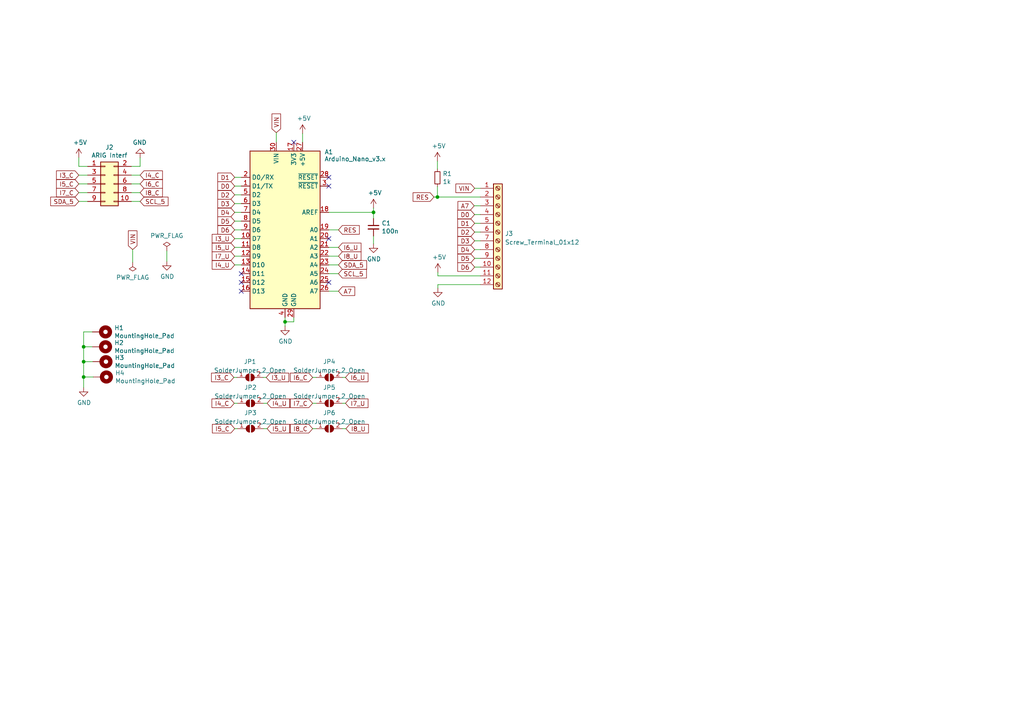
<source format=kicad_sch>
(kicad_sch (version 20211123) (generator eeschema)
  (paper "A4")
  (lib_symbols
    (symbol "Connector:Screw_Terminal_01x12" (pin_names (offset 1.016) hide)
      (property "Reference" "J" (at 0 15.24 0))
      (property "Value" "Screw_Terminal_01x12" (at 0 -17.78 0))
      (symbol "Screw_Terminal_01x12_1_1"
        (rectangle (start -1.27 13.97) (end 1.27 -16.51) (stroke (width 0.254)) (fill (type background)))
        (circle (center 0 -15.24) (radius 0.635) (stroke (width 0.1524)))
        (circle (center 0 -12.7) (radius 0.635) (stroke (width 0.1524)))
        (circle (center 0 -10.16) (radius 0.635) (stroke (width 0.1524)))
        (circle (center 0 -7.62) (radius 0.635) (stroke (width 0.1524)))
        (circle (center 0 -5.08) (radius 0.635) (stroke (width 0.1524)))
        (circle (center 0 -2.54) (radius 0.635) (stroke (width 0.1524)))
        (polyline (pts (xy -0.5334 -14.9098) (xy 0.3302 -15.748)) (stroke (width 0.1524)))
        (polyline (pts (xy -0.5334 -12.3698) (xy 0.3302 -13.208)) (stroke (width 0.1524)))
        (polyline (pts (xy -0.5334 -9.8298) (xy 0.3302 -10.668)) (stroke (width 0.1524)))
        (polyline (pts (xy -0.5334 -7.2898) (xy 0.3302 -8.128)) (stroke (width 0.1524)))
        (polyline (pts (xy -0.5334 -4.7498) (xy 0.3302 -5.588)) (stroke (width 0.1524)))
        (polyline (pts (xy -0.5334 -2.2098) (xy 0.3302 -3.048)) (stroke (width 0.1524)))
        (polyline (pts (xy -0.5334 0.3302) (xy 0.3302 -0.508)) (stroke (width 0.1524)))
        (polyline (pts (xy -0.5334 2.8702) (xy 0.3302 2.032)) (stroke (width 0.1524)))
        (polyline (pts (xy -0.5334 5.4102) (xy 0.3302 4.572)) (stroke (width 0.1524)))
        (polyline (pts (xy -0.5334 7.9502) (xy 0.3302 7.112)) (stroke (width 0.1524)))
        (polyline (pts (xy -0.5334 10.4902) (xy 0.3302 9.652)) (stroke (width 0.1524)))
        (polyline (pts (xy -0.5334 13.0302) (xy 0.3302 12.192)) (stroke (width 0.1524)))
        (polyline (pts (xy -0.3556 -14.732) (xy 0.508 -15.5702)) (stroke (width 0.1524)))
        (polyline (pts (xy -0.3556 -12.192) (xy 0.508 -13.0302)) (stroke (width 0.1524)))
        (polyline (pts (xy -0.3556 -9.652) (xy 0.508 -10.4902)) (stroke (width 0.1524)))
        (polyline (pts (xy -0.3556 -7.112) (xy 0.508 -7.9502)) (stroke (width 0.1524)))
        (polyline (pts (xy -0.3556 -4.572) (xy 0.508 -5.4102)) (stroke (width 0.1524)))
        (polyline (pts (xy -0.3556 -2.032) (xy 0.508 -2.8702)) (stroke (width 0.1524)))
        (polyline (pts (xy -0.3556 0.508) (xy 0.508 -0.3302)) (stroke (width 0.1524)))
        (polyline (pts (xy -0.3556 3.048) (xy 0.508 2.2098)) (stroke (width 0.1524)))
        (polyline (pts (xy -0.3556 5.588) (xy 0.508 4.7498)) (stroke (width 0.1524)))
        (polyline (pts (xy -0.3556 8.128) (xy 0.508 7.2898)) (stroke (width 0.1524)))
        (polyline (pts (xy -0.3556 10.668) (xy 0.508 9.8298)) (stroke (width 0.1524)))
        (polyline (pts (xy -0.3556 13.208) (xy 0.508 12.3698)) (stroke (width 0.1524)))
        (circle (center 0 0) (radius 0.635) (stroke (width 0.1524)))
        (circle (center 0 2.54) (radius 0.635) (stroke (width 0.1524)))
        (circle (center 0 5.08) (radius 0.635) (stroke (width 0.1524)))
        (circle (center 0 7.62) (radius 0.635) (stroke (width 0.1524)))
        (circle (center 0 10.16) (radius 0.635) (stroke (width 0.1524)))
        (circle (center 0 12.7) (radius 0.635) (stroke (width 0.1524)))
        (pin passive line (at -5.08 12.7 0) (length 3.81) (name "Pin_1") (number "1"))
        (pin passive line (at -5.08 -10.16 0) (length 3.81) (name "Pin_10") (number "10"))
        (pin passive line (at -5.08 -12.7 0) (length 3.81) (name "Pin_11") (number "11"))
        (pin passive line (at -5.08 -15.24 0) (length 3.81) (name "Pin_12") (number "12"))
        (pin passive line (at -5.08 10.16 0) (length 3.81) (name "Pin_2") (number "2"))
        (pin passive line (at -5.08 7.62 0) (length 3.81) (name "Pin_3") (number "3"))
        (pin passive line (at -5.08 5.08 0) (length 3.81) (name "Pin_4") (number "4"))
        (pin passive line (at -5.08 2.54 0) (length 3.81) (name "Pin_5") (number "5"))
        (pin passive line (at -5.08 0 0) (length 3.81) (name "Pin_6") (number "6"))
        (pin passive line (at -5.08 -2.54 0) (length 3.81) (name "Pin_7") (number "7"))
        (pin passive line (at -5.08 -5.08 0) (length 3.81) (name "Pin_8") (number "8"))
        (pin passive line (at -5.08 -7.62 0) (length 3.81) (name "Pin_9") (number "9"))
      )
    )
    (symbol "Connector_Generic:Conn_02x05_Odd_Even" (pin_names (offset 1.016) hide)
      (property "Reference" "J" (at 1.27 7.62 0))
      (property "Value" "Conn_02x05_Odd_Even" (at 1.27 -7.62 0))
      (symbol "Conn_02x05_Odd_Even_1_1"
        (rectangle (start -1.27 -4.953) (end 0 -5.207) (stroke (width 0.1524)))
        (rectangle (start -1.27 -2.413) (end 0 -2.667) (stroke (width 0.1524)))
        (rectangle (start -1.27 0.127) (end 0 -0.127) (stroke (width 0.1524)))
        (rectangle (start -1.27 2.667) (end 0 2.413) (stroke (width 0.1524)))
        (rectangle (start -1.27 5.207) (end 0 4.953) (stroke (width 0.1524)))
        (rectangle (start -1.27 6.35) (end 3.81 -6.35) (stroke (width 0.254)) (fill (type background)))
        (rectangle (start 3.81 -4.953) (end 2.54 -5.207) (stroke (width 0.1524)))
        (rectangle (start 3.81 -2.413) (end 2.54 -2.667) (stroke (width 0.1524)))
        (rectangle (start 3.81 0.127) (end 2.54 -0.127) (stroke (width 0.1524)))
        (rectangle (start 3.81 2.667) (end 2.54 2.413) (stroke (width 0.1524)))
        (rectangle (start 3.81 5.207) (end 2.54 4.953) (stroke (width 0.1524)))
        (pin passive line (at -5.08 5.08 0) (length 3.81) (name "Pin_1") (number "1"))
        (pin passive line (at 7.62 -5.08 180) (length 3.81) (name "Pin_10") (number "10"))
        (pin passive line (at 7.62 5.08 180) (length 3.81) (name "Pin_2") (number "2"))
        (pin passive line (at -5.08 2.54 0) (length 3.81) (name "Pin_3") (number "3"))
        (pin passive line (at 7.62 2.54 180) (length 3.81) (name "Pin_4") (number "4"))
        (pin passive line (at -5.08 0 0) (length 3.81) (name "Pin_5") (number "5"))
        (pin passive line (at 7.62 0 180) (length 3.81) (name "Pin_6") (number "6"))
        (pin passive line (at -5.08 -2.54 0) (length 3.81) (name "Pin_7") (number "7"))
        (pin passive line (at 7.62 -2.54 180) (length 3.81) (name "Pin_8") (number "8"))
        (pin passive line (at -5.08 -5.08 0) (length 3.81) (name "Pin_9") (number "9"))
      )
    )
    (symbol "Device:C_Small" (pin_numbers hide) (pin_names (offset 0.254) hide)
      (property "Reference" "C" (at 0.254 1.778 0))
      (property "Value" "C_Small" (at 0.254 -2.032 0))
      (symbol "C_Small_0_1"
        (polyline (pts (xy -1.524 -0.508) (xy 1.524 -0.508)) (stroke (width 0.3302)))
        (polyline (pts (xy -1.524 0.508) (xy 1.524 0.508)) (stroke (width 0.3048)))
      )
      (symbol "C_Small_1_1"
        (pin passive line (at 0 2.54 270) (length 2.032) (name "~") (number "1"))
        (pin passive line (at 0 -2.54 90) (length 2.032) (name "~") (number "2"))
      )
    )
    (symbol "Device:R_Small" (pin_numbers hide) (pin_names (offset 0.254) hide)
      (property "Reference" "R" (at 0.762 0.508 0))
      (property "Value" "R_Small" (at 0.762 -1.016 0))
      (symbol "R_Small_0_1"
        (rectangle (start -0.762 1.778) (end 0.762 -1.778) (stroke (width 0.2032)))
      )
      (symbol "R_Small_1_1"
        (pin passive line (at 0 2.54 270) (length 0.762) (name "~") (number "1"))
        (pin passive line (at 0 -2.54 90) (length 0.762) (name "~") (number "2"))
      )
    )
    (symbol "Jumper:SolderJumper_2_Open" (pin_names (offset 0) hide)
      (property "Reference" "JP" (at 0 2.032 0))
      (property "Value" "SolderJumper_2_Open" (at 0 -2.54 0))
      (symbol "SolderJumper_2_Open_0_1"
        (arc (start -0.254 1.016) (mid -1.27 0) (end -0.254 -1.016))
        (arc (start -0.254 1.016) (mid -1.27 0) (end -0.254 -1.016) (fill (type outline)))
        (polyline (pts (xy -0.254 1.016) (xy -0.254 -1.016)))
        (polyline (pts (xy 0.254 1.016) (xy 0.254 -1.016)))
        (arc (start 0.254 -1.016) (mid 1.27 0) (end 0.254 1.016))
        (arc (start 0.254 -1.016) (mid 1.27 0) (end 0.254 1.016) (fill (type outline)))
      )
      (symbol "SolderJumper_2_Open_1_1"
        (pin passive line (at -3.81 0 0) (length 2.54) (name "A") (number "1"))
        (pin passive line (at 3.81 0 180) (length 2.54) (name "B") (number "2"))
      )
    )
    (symbol "MCU_Module:Arduino_Nano_v3.x"
      (property "Reference" "A" (at -10.16 23.495 0))
      (property "Value" "Arduino_Nano_v3.x" (at 5.08 -24.13 0))
      (symbol "Arduino_Nano_v3.x_0_1"
        (rectangle (start -10.16 22.86) (end 10.16 -22.86) (stroke (width 0.254)) (fill (type background)))
      )
      (symbol "Arduino_Nano_v3.x_1_1"
        (pin bidirectional line (at -12.7 12.7 0) (length 2.54) (name "D1/TX") (number "1"))
        (pin bidirectional line (at -12.7 -2.54 0) (length 2.54) (name "D7") (number "10"))
        (pin bidirectional line (at -12.7 -5.08 0) (length 2.54) (name "D8") (number "11"))
        (pin bidirectional line (at -12.7 -7.62 0) (length 2.54) (name "D9") (number "12"))
        (pin bidirectional line (at -12.7 -10.16 0) (length 2.54) (name "D10") (number "13"))
        (pin bidirectional line (at -12.7 -12.7 0) (length 2.54) (name "D11") (number "14"))
        (pin bidirectional line (at -12.7 -15.24 0) (length 2.54) (name "D12") (number "15"))
        (pin bidirectional line (at -12.7 -17.78 0) (length 2.54) (name "D13") (number "16"))
        (pin power_out line (at 2.54 25.4 270) (length 2.54) (name "3V3") (number "17"))
        (pin input line (at 12.7 5.08 180) (length 2.54) (name "AREF") (number "18"))
        (pin bidirectional line (at 12.7 0 180) (length 2.54) (name "A0") (number "19"))
        (pin bidirectional line (at -12.7 15.24 0) (length 2.54) (name "D0/RX") (number "2"))
        (pin bidirectional line (at 12.7 -2.54 180) (length 2.54) (name "A1") (number "20"))
        (pin bidirectional line (at 12.7 -5.08 180) (length 2.54) (name "A2") (number "21"))
        (pin bidirectional line (at 12.7 -7.62 180) (length 2.54) (name "A3") (number "22"))
        (pin bidirectional line (at 12.7 -10.16 180) (length 2.54) (name "A4") (number "23"))
        (pin bidirectional line (at 12.7 -12.7 180) (length 2.54) (name "A5") (number "24"))
        (pin bidirectional line (at 12.7 -15.24 180) (length 2.54) (name "A6") (number "25"))
        (pin bidirectional line (at 12.7 -17.78 180) (length 2.54) (name "A7") (number "26"))
        (pin power_out line (at 5.08 25.4 270) (length 2.54) (name "+5V") (number "27"))
        (pin input line (at 12.7 15.24 180) (length 2.54) (name "~{RESET}") (number "28"))
        (pin power_in line (at 2.54 -25.4 90) (length 2.54) (name "GND") (number "29"))
        (pin input line (at 12.7 12.7 180) (length 2.54) (name "~{RESET}") (number "3"))
        (pin power_in line (at -2.54 25.4 270) (length 2.54) (name "VIN") (number "30"))
        (pin power_in line (at 0 -25.4 90) (length 2.54) (name "GND") (number "4"))
        (pin bidirectional line (at -12.7 10.16 0) (length 2.54) (name "D2") (number "5"))
        (pin bidirectional line (at -12.7 7.62 0) (length 2.54) (name "D3") (number "6"))
        (pin bidirectional line (at -12.7 5.08 0) (length 2.54) (name "D4") (number "7"))
        (pin bidirectional line (at -12.7 2.54 0) (length 2.54) (name "D5") (number "8"))
        (pin bidirectional line (at -12.7 0 0) (length 2.54) (name "D6") (number "9"))
      )
    )
    (symbol "Mechanical:MountingHole_Pad" (pin_numbers hide) (pin_names (offset 1.016) hide)
      (property "Reference" "H" (at 0 6.35 0))
      (property "Value" "MountingHole_Pad" (at 0 4.445 0))
      (symbol "MountingHole_Pad_0_1"
        (circle (center 0 1.27) (radius 1.27) (stroke (width 1.27)))
      )
      (symbol "MountingHole_Pad_1_1"
        (pin input line (at 0 -2.54 90) (length 2.54) (name "1") (number "1"))
      )
    )
    (symbol "power:+5V" (power) (pin_names (offset 0))
      (property "Value" "+5V" (at 0 3.556 0))
      (symbol "+5V_0_1"
        (polyline (pts (xy -0.762 1.27) (xy 0 2.54)))
        (polyline (pts (xy 0 0) (xy 0 2.54)))
        (polyline (pts (xy 0 2.54) (xy 0.762 1.27)))
      )
      (symbol "+5V_1_1"
        (pin power_in line (at 0 0 90) (length 0) hide (name "+5V") (number "1"))
      )
    )
    (symbol "power:GND" (power) (pin_names (offset 0))
      (property "Value" "GND" (at 0 -3.81 0))
      (symbol "GND_0_1"
        (polyline (pts (xy 0 0) (xy 0 -1.27) (xy 1.27 -1.27) (xy 0 -2.54) (xy -1.27 -1.27) (xy 0 -1.27)))
      )
      (symbol "GND_1_1"
        (pin power_in line (at 0 0 270) (length 0) hide (name "GND") (number "1"))
      )
    )
    (symbol "power:PWR_FLAG" (power) (pin_numbers hide) (pin_names (offset 0) hide)
      (property "Value" "PWR_FLAG" (at 0 3.81 0))
      (symbol "PWR_FLAG_0_0"
        (pin power_out line (at 0 0 90) (length 0) (name "pwr") (number "1"))
      )
      (symbol "PWR_FLAG_0_1"
        (polyline (pts (xy 0 0) (xy 0 1.27) (xy -1.016 1.905) (xy 0 2.54) (xy 1.016 1.905) (xy 0 1.27)))
      )
    )
  )
  (junction (at 24.257 109.347))
  (junction (at 24.257 100.584))
  (junction (at 108.331 61.595))
  (junction (at 126.873 57.15))
  (junction (at 82.677 93.345))
  (junction (at 24.257 104.902))
  (no_connect (at 69.977 84.455))
  (no_connect (at 95.377 51.435))
  (no_connect (at 95.377 53.975))
  (no_connect (at 69.977 81.915))
  (no_connect (at 95.377 69.215))
  (no_connect (at 95.377 81.915))
  (no_connect (at 85.217 41.275))
  (no_connect (at 69.977 79.375))
  (wire (pts (xy 40.64 48.26) (xy 40.64 45.72)))
  (wire (pts (xy 108.331 61.595) (xy 95.377 61.595)))
  (wire (pts (xy 26.924 104.902) (xy 24.257 104.902)))
  (wire (pts (xy 99.314 124.333) (xy 100.33 124.333)))
  (wire (pts (xy 80.137 38.481) (xy 80.137 41.275)))
  (wire (pts (xy 26.797 100.584) (xy 24.257 100.584)))
  (wire (pts (xy 95.377 74.295) (xy 98.171 74.295)))
  (wire (pts (xy 67.818 109.474) (xy 68.707 109.474)))
  (wire (pts (xy 38.1 55.88) (xy 40.64 55.88)))
  (wire (pts (xy 127 83.566) (xy 127 82.55)))
  (wire (pts (xy 95.377 71.755) (xy 98.171 71.755)))
  (wire (pts (xy 69.977 61.595) (xy 68.072 61.595)))
  (wire (pts (xy 90.678 109.474) (xy 91.694 109.474)))
  (wire (pts (xy 24.257 109.347) (xy 24.257 112.395)))
  (wire (pts (xy 38.481 72.39) (xy 38.481 76.073)))
  (wire (pts (xy 68.072 64.135) (xy 69.977 64.135)))
  (wire (pts (xy 76.327 109.474) (xy 77.216 109.474)))
  (wire (pts (xy 38.1 48.26) (xy 40.64 48.26)))
  (wire (pts (xy 126.873 57.15) (xy 125.857 57.15)))
  (wire (pts (xy 68.072 124.333) (xy 68.834 124.333)))
  (wire (pts (xy 137.668 54.61) (xy 139.319 54.61)))
  (wire (pts (xy 48.387 72.771) (xy 48.387 75.819)))
  (wire (pts (xy 95.377 79.375) (xy 98.171 79.375)))
  (wire (pts (xy 68.072 74.295) (xy 69.977 74.295)))
  (wire (pts (xy 108.331 60.325) (xy 108.331 61.595)))
  (wire (pts (xy 25.4 58.42) (xy 22.86 58.42)))
  (wire (pts (xy 126.873 54.102) (xy 126.873 57.15)))
  (wire (pts (xy 68.072 51.435) (xy 69.977 51.435)))
  (wire (pts (xy 137.668 64.77) (xy 139.319 64.77)))
  (wire (pts (xy 38.1 50.8) (xy 40.64 50.8)))
  (wire (pts (xy 68.072 59.055) (xy 68.072 59.0686)))
  (wire (pts (xy 137.668 67.31) (xy 139.319 67.31)))
  (wire (pts (xy 22.86 55.88) (xy 25.4 55.88)))
  (wire (pts (xy 137.668 74.93) (xy 139.319 74.93)))
  (wire (pts (xy 68.072 56.515) (xy 69.977 56.515)))
  (wire (pts (xy 127 82.55) (xy 139.319 82.55)))
  (wire (pts (xy 22.86 50.8) (xy 25.4 50.8)))
  (wire (pts (xy 38.1 53.34) (xy 40.64 53.34)))
  (wire (pts (xy 87.757 38.735) (xy 87.757 41.275)))
  (wire (pts (xy 85.217 92.075) (xy 85.217 93.345)))
  (wire (pts (xy 25.4 48.26) (xy 22.86 48.26)))
  (wire (pts (xy 76.454 124.333) (xy 77.47 124.333)))
  (wire (pts (xy 24.257 104.902) (xy 24.257 109.347)))
  (wire (pts (xy 95.377 66.675) (xy 98.171 66.675)))
  (wire (pts (xy 126.873 46.736) (xy 126.873 49.022)))
  (wire (pts (xy 22.86 53.34) (xy 25.4 53.34)))
  (wire (pts (xy 126.873 57.15) (xy 139.319 57.15)))
  (wire (pts (xy 90.678 124.333) (xy 91.694 124.333)))
  (wire (pts (xy 26.797 96.266) (xy 24.257 96.266)))
  (wire (pts (xy 108.331 61.595) (xy 108.331 63.373)))
  (wire (pts (xy 137.668 77.47) (xy 139.319 77.47)))
  (wire (pts (xy 95.377 76.835) (xy 98.171 76.835)))
  (wire (pts (xy 137.541 59.69) (xy 139.319 59.69)))
  (wire (pts (xy 127 80.01) (xy 127 78.994)))
  (wire (pts (xy 90.678 116.967) (xy 91.694 116.967)))
  (wire (pts (xy 68.072 66.675) (xy 69.977 66.675)))
  (wire (pts (xy 68.072 69.215) (xy 69.977 69.215)))
  (wire (pts (xy 82.677 93.345) (xy 82.677 94.615)))
  (wire (pts (xy 67.945 116.967) (xy 68.834 116.967)))
  (wire (pts (xy 68.072 76.835) (xy 69.977 76.835)))
  (wire (pts (xy 139.319 80.01) (xy 127 80.01)))
  (wire (pts (xy 99.314 109.474) (xy 100.203 109.474)))
  (wire (pts (xy 24.257 109.347) (xy 27.051 109.347)))
  (wire (pts (xy 137.668 69.85) (xy 139.319 69.85)))
  (wire (pts (xy 24.257 96.266) (xy 24.257 100.584)))
  (wire (pts (xy 85.217 93.345) (xy 82.677 93.345)))
  (wire (pts (xy 22.86 48.26) (xy 22.86 45.72)))
  (wire (pts (xy 82.677 92.075) (xy 82.677 93.345)))
  (wire (pts (xy 68.072 61.595) (xy 68.072 61.5962)))
  (wire (pts (xy 139.319 62.23) (xy 137.6394 62.23)))
  (wire (pts (xy 137.6394 62.23) (xy 137.6394 62.2321)))
  (wire (pts (xy 69.977 59.055) (xy 68.072 59.055)))
  (wire (pts (xy 95.377 84.455) (xy 98.171 84.455)))
  (wire (pts (xy 76.454 116.967) (xy 77.47 116.967)))
  (wire (pts (xy 137.668 72.39) (xy 139.319 72.39)))
  (wire (pts (xy 68.072 71.755) (xy 69.977 71.755)))
  (wire (pts (xy 99.314 116.967) (xy 100.203 116.967)))
  (wire (pts (xy 68.072 53.975) (xy 69.977 53.975)))
  (wire (pts (xy 40.64 58.42) (xy 38.1 58.42)))
  (wire (pts (xy 108.331 68.453) (xy 108.331 70.739)))
  (wire (pts (xy 24.257 100.584) (xy 24.257 104.902)))
  (global_label "I7_U" (shape input) (at 100.203 116.967 0) (property "Références Inter-Feuilles" "${INTERSHEET_REFS}" (effects hide)))
  (global_label "I6_C" (shape input) (at 40.64 53.34 0) (property "Références Inter-Feuilles" "${INTERSHEET_REFS}" (effects hide)))
  (global_label "I5_U" (shape input) (at 68.072 71.755 180) (property "Références Inter-Feuilles" "${INTERSHEET_REFS}" (effects hide)))
  (global_label "I8_U" (shape input) (at 98.171 74.295 0) (property "Références Inter-Feuilles" "${INTERSHEET_REFS}" (effects hide)))
  (global_label "D0" (shape input) (at 137.6394 62.2321 180) (property "Références Inter-Feuilles" "${INTERSHEET_REFS}" (effects hide)))
  (global_label "I6_U" (shape input) (at 98.171 71.755 0) (property "Références Inter-Feuilles" "${INTERSHEET_REFS}" (effects hide)))
  (global_label "I5_C" (shape input) (at 22.86 53.34 180) (property "Références Inter-Feuilles" "${INTERSHEET_REFS}" (effects hide)))
  (global_label "D5" (shape input) (at 68.072 64.135 180) (property "Références Inter-Feuilles" "${INTERSHEET_REFS}" (effects hide)))
  (global_label "D0" (shape input) (at 68.072 53.975 180) (property "Références Inter-Feuilles" "${INTERSHEET_REFS}" (effects hide)))
  (global_label "RES" (shape input) (at 98.171 66.675 0) (property "Références Inter-Feuilles" "${INTERSHEET_REFS}" (effects hide)))
  (global_label "VIN" (shape input) (at 38.481 72.39 90) (property "Références Inter-Feuilles" "${INTERSHEET_REFS}" (effects hide)))
  (global_label "D6" (shape input) (at 137.668 77.47 180) (property "Références Inter-Feuilles" "${INTERSHEET_REFS}" (effects hide)))
  (global_label "I8_C" (shape input) (at 40.64 55.88 0) (property "Références Inter-Feuilles" "${INTERSHEET_REFS}" (effects hide)))
  (global_label "D1" (shape input) (at 137.668 64.77 180) (property "Références Inter-Feuilles" "${INTERSHEET_REFS}" (effects hide)))
  (global_label "I3_U" (shape input) (at 68.072 69.215 180) (property "Références Inter-Feuilles" "${INTERSHEET_REFS}" (effects hide)))
  (global_label "SDA_5" (shape input) (at 22.86 58.42 180) (property "Références Inter-Feuilles" "${INTERSHEET_REFS}" (effects hide)))
  (global_label "D2" (shape input) (at 137.668 67.31 180) (property "Références Inter-Feuilles" "${INTERSHEET_REFS}" (effects hide)))
  (global_label "SCL_5" (shape input) (at 40.64 58.42 0) (property "Références Inter-Feuilles" "${INTERSHEET_REFS}" (effects hide)))
  (global_label "D3" (shape input) (at 68.072 59.0686 180) (property "Références Inter-Feuilles" "${INTERSHEET_REFS}" (effects hide)))
  (global_label "D4" (shape input) (at 137.668 72.39 180) (property "Références Inter-Feuilles" "${INTERSHEET_REFS}" (effects hide)))
  (global_label "D4" (shape input) (at 68.072 61.5962 180) (property "Références Inter-Feuilles" "${INTERSHEET_REFS}" (effects hide)))
  (global_label "D2" (shape input) (at 68.072 56.515 180) (property "Références Inter-Feuilles" "${INTERSHEET_REFS}" (effects hide)))
  (global_label "I6_C" (shape input) (at 90.678 109.474 180) (property "Références Inter-Feuilles" "${INTERSHEET_REFS}" (effects hide)))
  (global_label "VIN" (shape input) (at 137.668 54.61 180) (property "Références Inter-Feuilles" "${INTERSHEET_REFS}" (effects hide)))
  (global_label "I5_U" (shape input) (at 77.47 124.333 0) (property "Références Inter-Feuilles" "${INTERSHEET_REFS}" (effects hide)))
  (global_label "I7_C" (shape input) (at 22.86 55.88 180) (property "Références Inter-Feuilles" "${INTERSHEET_REFS}" (effects hide)))
  (global_label "I4_U" (shape input) (at 68.072 76.835 180) (property "Références Inter-Feuilles" "${INTERSHEET_REFS}" (effects hide)))
  (global_label "I4_C" (shape input) (at 40.64 50.8 0) (property "Références Inter-Feuilles" "${INTERSHEET_REFS}" (effects hide)))
  (global_label "I7_U" (shape input) (at 68.072 74.295 180) (property "Références Inter-Feuilles" "${INTERSHEET_REFS}" (effects hide)))
  (global_label "D6" (shape input) (at 68.072 66.675 180) (property "Références Inter-Feuilles" "${INTERSHEET_REFS}" (effects hide)))
  (global_label "D1" (shape input) (at 68.072 51.435 180) (property "Références Inter-Feuilles" "${INTERSHEET_REFS}" (effects hide)))
  (global_label "I8_U" (shape input) (at 100.33 124.333 0) (property "Références Inter-Feuilles" "${INTERSHEET_REFS}" (effects hide)))
  (global_label "I4_C" (shape input) (at 67.945 116.967 180) (property "Références Inter-Feuilles" "${INTERSHEET_REFS}" (effects hide)))
  (global_label "I5_C" (shape input) (at 68.072 124.333 180) (property "Références Inter-Feuilles" "${INTERSHEET_REFS}" (effects hide)))
  (global_label "D3" (shape input) (at 137.668 69.85 180) (property "Références Inter-Feuilles" "${INTERSHEET_REFS}" (effects hide)))
  (global_label "I7_C" (shape input) (at 90.678 116.967 180) (property "Références Inter-Feuilles" "${INTERSHEET_REFS}" (effects hide)))
  (global_label "I3_C" (shape input) (at 67.818 109.474 180) (property "Références Inter-Feuilles" "${INTERSHEET_REFS}" (effects hide)))
  (global_label "I3_C" (shape input) (at 22.86 50.8 180) (property "Références Inter-Feuilles" "${INTERSHEET_REFS}" (effects hide)))
  (global_label "SCL_5" (shape input) (at 98.171 79.375 0) (property "Références Inter-Feuilles" "${INTERSHEET_REFS}" (effects hide)))
  (global_label "I4_U" (shape input) (at 77.47 116.967 0) (property "Références Inter-Feuilles" "${INTERSHEET_REFS}" (effects hide)))
  (global_label "D5" (shape input) (at 137.668 74.93 180) (property "Références Inter-Feuilles" "${INTERSHEET_REFS}" (effects hide)))
  (global_label "A7" (shape input) (at 98.171 84.455 0) (property "Références Inter-Feuilles" "${INTERSHEET_REFS}" (effects hide)))
  (global_label "I3_U" (shape input) (at 77.216 109.474 0) (property "Références Inter-Feuilles" "${INTERSHEET_REFS}" (effects hide)))
  (global_label "RES" (shape input) (at 125.857 57.15 180) (property "Références Inter-Feuilles" "${INTERSHEET_REFS}" (effects hide)))
  (global_label "SDA_5" (shape input) (at 98.171 76.835 0) (property "Références Inter-Feuilles" "${INTERSHEET_REFS}" (effects hide)))
  (global_label "VIN" (shape input) (at 80.137 38.481 90) (property "Références Inter-Feuilles" "${INTERSHEET_REFS}" (effects hide)))
  (global_label "I8_C" (shape input) (at 90.678 124.333 180) (property "Références Inter-Feuilles" "${INTERSHEET_REFS}" (effects hide)))
  (global_label "I6_U" (shape input) (at 100.203 109.474 0) (property "Références Inter-Feuilles" "${INTERSHEET_REFS}" (effects hide)))
  (global_label "A7" (shape input) (at 137.541 59.69 180) (property "Références Inter-Feuilles" "${INTERSHEET_REFS}" (effects hide)))
  (symbol (lib_id "Connector_Generic:Conn_02x05_Odd_Even") (at 30.48 53.34 0) (unit 1)
    (property "Reference" "J2" (at 31.75 42.7482 0))
    (property "Value" "ARIG Interf" (at 31.75 45.0596 0))
    (property "Footprint" "Connector_IDC:IDC-Header_2x05_P2.54mm_Vertical" (effects hide))
  )
  (symbol (lib_id "power:GND") (at 40.64 45.72 180) (unit 1)
    (property "Reference" "#PWR07" (effects hide))
    (property "Value" "GND" (at 40.513 41.3258 0))
  )
  (symbol (lib_id "power:+5V") (at 22.86 45.72 0) (unit 1)
    (property "Reference" "#PWR02" (effects hide))
    (property "Value" "+5V" (at 23.241 41.3258 0))
  )
  (symbol (lib_id "power:GND") (at 48.387 75.819 0) (unit 1)
    (property "Reference" "#PWR04" (effects hide))
    (property "Value" "GND" (at 48.514 80.2132 0))
  )
  (symbol (lib_id "power:PWR_FLAG") (at 48.387 72.771 0) (unit 1)
    (property "Reference" "#FLG02" (effects hide))
    (property "Value" "PWR_FLAG" (at 48.387 68.3768 0))
  )
  (symbol (lib_id "Mechanical:MountingHole_Pad") (at 29.337 96.266 270) (unit 1)
    (property "Reference" "H1" (at 33.147 95.0976 90) (effects (justify left)))
    (property "Value" "MountingHole_Pad" (at 33.147 97.409 90) (effects (justify left)))
    (property "Footprint" "MountingHole:MountingHole_3.2mm_M3_Pad_Via" (effects hide))
  )
  (symbol (lib_id "Mechanical:MountingHole_Pad") (at 29.337 100.584 270) (unit 1)
    (property "Reference" "H2" (at 33.147 99.4156 90) (effects (justify left)))
    (property "Value" "MountingHole_Pad" (at 33.147 101.727 90) (effects (justify left)))
    (property "Footprint" "MountingHole:MountingHole_3.2mm_M3_Pad_Via" (effects hide))
  )
  (symbol (lib_id "power:GND") (at 24.257 112.395 0) (unit 1)
    (property "Reference" "#PWR03" (effects hide))
    (property "Value" "GND" (at 24.384 116.7892 0))
  )
  (symbol (lib_id "MCU_Module:Arduino_Nano_v3.x") (at 82.677 66.675 0) (unit 1)
    (property "Reference" "A1" (at 95.377 44.069 0))
    (property "Value" "Arduino_Nano_v3.x" (at 102.997 46.101 0))
    (property "Footprint" "Module:Arduino_Nano" (effects hide))
    (property "Datasheet" "http://www.mouser.com/pdfdocs/Gravitech_Arduino_Nano3_0.pdf" (effects hide))
  )
  (symbol (lib_id "power:GND") (at 82.677 94.615 0) (unit 1)
    (property "Reference" "#PWR08" (effects hide))
    (property "Value" "GND" (at 82.804 99.0092 0))
  )
  (symbol (lib_id "Device:C_Small") (at 108.331 65.913 0) (unit 1)
    (property "Reference" "C1" (at 110.6678 64.7446 0) (effects (justify left)))
    (property "Value" "100n" (at 110.6678 67.056 0) (effects (justify left)))
    (property "Footprint" "Capacitor_THT:C_Rect_L7.0mm_W2.5mm_P5.00mm" (effects hide))
  )
  (symbol (lib_id "power:GND") (at 108.331 70.739 0) (unit 1)
    (property "Reference" "#PWR010" (effects hide))
    (property "Value" "GND" (at 108.458 75.1332 0))
  )
  (symbol (lib_id "Device:R_Small") (at 126.873 51.562 0) (unit 1)
    (property "Reference" "R1" (at 128.3716 50.3936 0) (effects (justify left)))
    (property "Value" "1k" (at 128.3716 52.705 0) (effects (justify left)))
    (property "Footprint" "Resistor_THT:R_Axial_DIN0309_L9.0mm_D3.2mm_P15.24mm_Horizontal" (effects hide))
  )
  (symbol (lib_id "power:+5V") (at 126.873 46.736 0) (unit 1)
    (property "Reference" "#PWR011" (effects hide))
    (property "Value" "+5V" (at 127.254 42.3418 0))
  )
  (symbol (lib_id "power:GND") (at 127 83.566 0) (unit 1)
    (property "Reference" "#PWR012" (effects hide))
    (property "Value" "GND" (at 127.127 87.9602 0))
  )
  (symbol (lib_id "power:+5V") (at 87.757 38.735 0) (unit 1)
    (property "Reference" "#PWR09" (effects hide))
    (property "Value" "+5V" (at 88.138 34.3408 0))
  )
  (symbol (lib_id "Connector:Screw_Terminal_01x12") (at 144.399 67.31 0) (unit 1)
    (property "Reference" "J3" (at 146.431 67.7453 0) (effects (justify left)))
    (property "Value" "Screw_Terminal_01x12" (at 146.431 70.2822 0) (effects (justify left)))
    (property "Footprint" "TerminalBlock_Phoenix:TerminalBlock_Phoenix_MPT-0,5-12-2.54_1x12_P2.54mm_Horizontal" (effects hide))
  )
  (symbol (lib_id "Jumper:SolderJumper_2_Open") (at 72.517 109.474 0) (unit 1)
    (property "Reference" "JP1" (at 72.517 104.8852 0))
    (property "Value" "SolderJumper_2_Open" (at 72.517 107.4221 0))
    (property "Footprint" "Jumper:SolderJumper-2_P1.3mm_Open_RoundedPad1.0x1.5mm" (effects hide))
  )
  (symbol (lib_id "Jumper:SolderJumper_2_Open") (at 95.504 124.333 0) (unit 1)
    (property "Reference" "JP6" (at 95.504 119.7442 0))
    (property "Value" "SolderJumper_2_Open" (at 95.504 122.2811 0))
    (property "Footprint" "Jumper:SolderJumper-2_P1.3mm_Open_RoundedPad1.0x1.5mm" (effects hide))
  )
  (symbol (lib_id "power:+5V") (at 108.331 60.325 0) (unit 1)
    (property "Reference" "#PWR01" (effects hide))
    (property "Value" "+5V" (at 108.712 55.9308 0))
  )
  (symbol (lib_id "Jumper:SolderJumper_2_Open") (at 72.644 124.333 0) (unit 1)
    (property "Reference" "JP3" (at 72.644 119.7442 0))
    (property "Value" "SolderJumper_2_Open" (at 72.644 122.2811 0))
    (property "Footprint" "Jumper:SolderJumper-2_P1.3mm_Open_RoundedPad1.0x1.5mm" (effects hide))
  )
  (symbol (lib_id "Mechanical:MountingHole_Pad") (at 29.464 104.902 270) (unit 1)
    (property "Reference" "H3" (at 33.274 103.7336 90) (effects (justify left)))
    (property "Value" "MountingHole_Pad" (at 33.274 106.045 90) (effects (justify left)))
    (property "Footprint" "MountingHole:MountingHole_3.2mm_M3_Pad_Via" (effects hide))
  )
  (symbol (lib_id "Jumper:SolderJumper_2_Open") (at 95.504 116.967 0) (unit 1)
    (property "Reference" "JP5" (at 95.504 112.3782 0))
    (property "Value" "SolderJumper_2_Open" (at 95.504 114.9151 0))
    (property "Footprint" "Jumper:SolderJumper-2_P1.3mm_Open_RoundedPad1.0x1.5mm" (effects hide))
  )
  (symbol (lib_id "Jumper:SolderJumper_2_Open") (at 72.644 116.967 0) (unit 1)
    (property "Reference" "JP2" (at 72.644 112.3782 0))
    (property "Value" "SolderJumper_2_Open" (at 72.644 114.9151 0))
    (property "Footprint" "Jumper:SolderJumper-2_P1.3mm_Open_RoundedPad1.0x1.5mm" (effects hide))
  )
  (symbol (lib_id "power:+5V") (at 127 78.994 0) (unit 1)
    (property "Reference" "#PWR013" (effects hide))
    (property "Value" "+5V" (at 127.381 74.5998 0))
  )
  (symbol (lib_id "Jumper:SolderJumper_2_Open") (at 95.504 109.474 0) (unit 1)
    (property "Reference" "JP4" (at 95.504 104.8852 0))
    (property "Value" "SolderJumper_2_Open" (at 95.504 107.4221 0))
    (property "Footprint" "Jumper:SolderJumper-2_P1.3mm_Open_RoundedPad1.0x1.5mm" (effects hide))
  )
  (symbol (lib_id "Mechanical:MountingHole_Pad") (at 29.591 109.347 270) (unit 1)
    (property "Reference" "H4" (at 33.401 108.1786 90) (effects (justify left)))
    (property "Value" "MountingHole_Pad" (at 33.401 110.49 90) (effects (justify left)))
    (property "Footprint" "MountingHole:MountingHole_3.2mm_M3_Pad_Via" (effects hide))
  )
  (symbol (lib_id "power:PWR_FLAG") (at 38.481 76.073 180) (unit 1)
    (property "Reference" "#FLG0101" (effects hide))
    (property "Value" "PWR_FLAG" (at 38.481 80.4672 0))
  )
)
</source>
